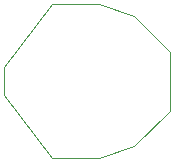
<source format=gbr>
%TF.GenerationSoftware,KiCad,Pcbnew,(5.1.4)-1*%
%TF.CreationDate,2023-02-08T11:14:36+00:00*%
%TF.ProjectId,MountBoard_0.35_0.4,4d6f756e-7442-46f6-9172-645f302e3335,rev?*%
%TF.SameCoordinates,Original*%
%TF.FileFunction,Profile,NP*%
%FSLAX46Y46*%
G04 Gerber Fmt 4.6, Leading zero omitted, Abs format (unit mm)*
G04 Created by KiCad (PCBNEW (5.1.4)-1) date 2023-02-08 11:14:36*
%MOMM*%
%LPD*%
G04 APERTURE LIST*
%ADD10C,0.050000*%
G04 APERTURE END LIST*
D10*
X-9000000Y-1200000D02*
X-9000000Y1200000D01*
X2000000Y5500000D02*
X-1000000Y6500000D01*
X-5000000Y6500000D02*
X-1000000Y6500000D01*
X-9000000Y1200000D02*
X-5000000Y6500000D01*
X-9000000Y-1200000D02*
X-5000000Y-6500000D01*
X2000000Y-5500000D02*
X-1000000Y-6500000D01*
X-1000000Y-6500000D02*
X-5000000Y-6500000D01*
X5000000Y2500000D02*
X2000000Y5500000D01*
X5000000Y2500000D02*
X5000000Y-2500000D01*
X5000000Y-2500000D02*
X2000000Y-5500000D01*
M02*

</source>
